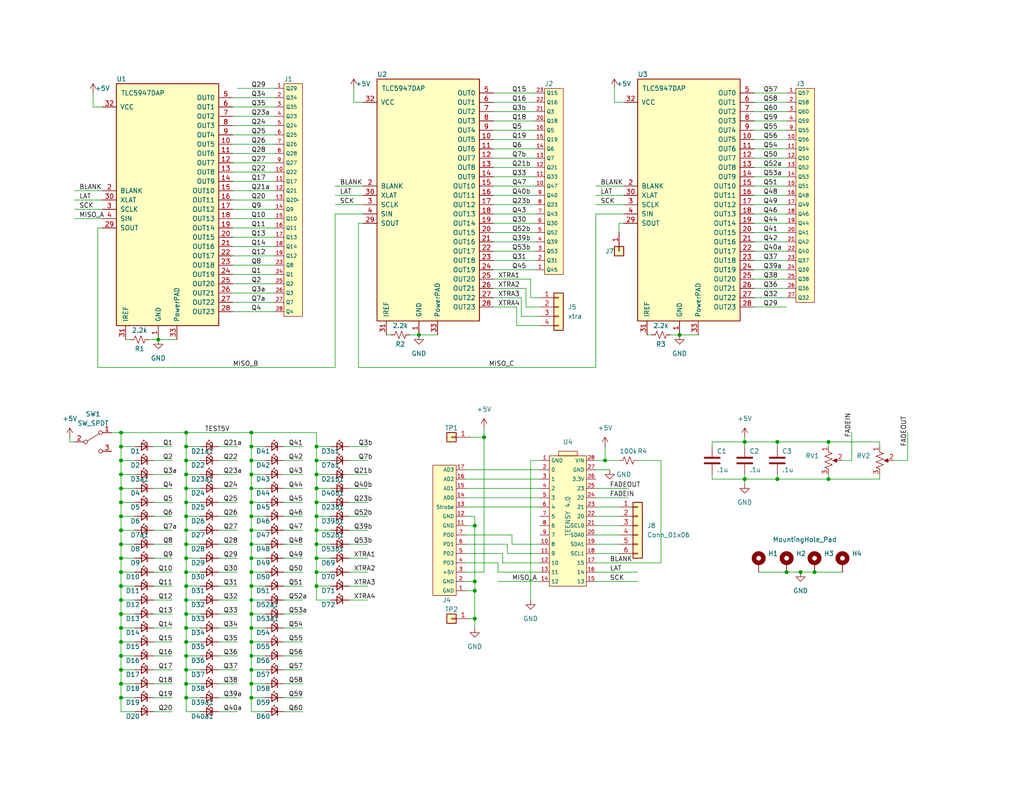
<source format=kicad_sch>
(kicad_sch (version 20230121) (generator eeschema)
  (paper "USLetter")
  (title_block (title "LED-100") (date "2025-03-19") (rev "2") (company "Duhan Power!"))
  (junction (at 33.02 175.26))
  (junction (at 212.09 120.65))
  (junction (at 68.58 175.26))
  (junction (at 222.25 156.21))
  (junction (at 68.58 144.78))
  (junction (at 50.8 121.92))
  (junction (at 33.02 140.97))
  (junction (at 50.8 148.59))
  (junction (at 68.58 137.16))
  (junction (at 50.8 160.02))
  (junction (at 86.36 133.35))
  (junction (at 68.58 129.54))
  (junction (at 33.02 129.54))
  (junction (at 50.8 152.4))
  (junction (at 129.54 158.75))
  (junction (at 33.02 186.69))
  (junction (at 50.8 137.16))
  (junction (at 129.54 143.51))
  (junction (at 86.36 156.21))
  (junction (at 50.8 118.11))
  (junction (at 68.58 182.88))
  (junction (at 33.02 163.83))
  (junction (at 226.06 120.65))
  (junction (at 86.36 121.92))
  (junction (at 50.8 171.45))
  (junction (at 86.36 129.54))
  (junction (at 50.8 179.07))
  (junction (at 129.54 168.91))
  (junction (at 68.58 121.92))
  (junction (at 33.02 121.92))
  (junction (at 50.8 129.54))
  (junction (at 68.58 186.69))
  (junction (at 86.36 144.78))
  (junction (at 50.8 125.73))
  (junction (at 33.02 133.35))
  (junction (at 68.58 152.4))
  (junction (at 68.58 179.07))
  (junction (at 68.58 163.83))
  (junction (at 68.58 167.64))
  (junction (at 68.58 133.35))
  (junction (at 68.58 160.02))
  (junction (at 129.54 161.29))
  (junction (at 114.3 91.44))
  (junction (at 33.02 182.88))
  (junction (at 132.08 119.38))
  (junction (at 50.8 190.5))
  (junction (at 50.8 140.97))
  (junction (at 86.36 152.4))
  (junction (at 86.36 137.16))
  (junction (at 50.8 175.26))
  (junction (at 50.8 167.64))
  (junction (at 86.36 148.59))
  (junction (at 203.2 120.65))
  (junction (at 33.02 179.07))
  (junction (at 50.8 133.35))
  (junction (at 50.8 186.69))
  (junction (at 50.8 182.88))
  (junction (at 50.8 156.21))
  (junction (at 33.02 144.78))
  (junction (at 68.58 171.45))
  (junction (at 50.8 144.78))
  (junction (at 185.42 91.44))
  (junction (at 33.02 118.11))
  (junction (at 43.18 92.71))
  (junction (at 33.02 152.4))
  (junction (at 68.58 118.11))
  (junction (at 33.02 160.02))
  (junction (at 68.58 190.5))
  (junction (at 68.58 156.21))
  (junction (at 214.63 156.21))
  (junction (at 226.06 130.81))
  (junction (at 68.58 140.97))
  (junction (at 50.8 163.83))
  (junction (at 33.02 190.5))
  (junction (at 68.58 125.73))
  (junction (at 165.1 125.73))
  (junction (at 218.44 156.21))
  (junction (at 203.2 130.81))
  (junction (at 86.36 140.97))
  (junction (at 33.02 156.21))
  (junction (at 86.36 160.02))
  (junction (at 212.09 130.81))
  (junction (at 33.02 125.73))
  (junction (at 33.02 148.59))
  (junction (at 33.02 137.16))
  (junction (at 86.36 125.73))
  (junction (at 33.02 171.45))
  (junction (at 68.58 148.59))
  (junction (at 33.02 167.64))
  (wire (pts (xy 86.36 148.59) (xy 86.36 152.4)))
  (wire (pts (xy 33.02 152.4) (xy 36.83 152.4)))
  (wire (pts (xy 162.56 125.73) (xy 165.1 125.73)))
  (wire (pts (xy 86.36 160.02) (xy 90.17 160.02)))
  (wire (pts (xy 68.58 186.69) (xy 72.39 186.69)))
  (wire (pts (xy 146.05 60.96) (xy 134.62 60.96)))
  (wire (pts (xy 77.47 171.45) (xy 82.55 171.45)))
  (wire (pts (xy 165.1 125.73) (xy 168.91 125.73)))
  (wire (pts (xy 68.58 133.35) (xy 68.58 137.16)))
  (wire (pts (xy 68.58 179.07) (xy 72.39 179.07)))
  (wire (pts (xy 77.47 144.78) (xy 82.55 144.78)))
  (wire (pts (xy 59.69 137.16) (xy 64.77 137.16)))
  (wire (pts (xy 33.02 148.59) (xy 33.02 152.4)))
  (wire (pts (xy 33.02 186.69) (xy 36.83 186.69)))
  (wire (pts (xy 97.79 100.33) (xy 162.56 100.33)))
  (wire (pts (xy 77.47 175.26) (xy 82.55 175.26)))
  (wire (pts (xy 127 128.27) (xy 147.32 128.27)))
  (wire (pts (xy 41.91 137.16) (xy 46.99 137.16)))
  (wire (pts (xy 33.02 167.64) (xy 33.02 171.45)))
  (wire (pts (xy 127 153.67) (xy 135.89 153.67)))
  (wire (pts (xy 77.47 167.64) (xy 82.55 167.64)))
  (wire (pts (xy 127 130.81) (xy 147.32 130.81)))
  (wire (pts (xy 146.05 53.34) (xy 134.62 53.34)))
  (wire (pts (xy 50.8 137.16) (xy 50.8 140.97)))
  (wire (pts (xy 86.36 144.78) (xy 90.17 144.78)))
  (wire (pts (xy 33.02 137.16) (xy 33.02 140.97)))
  (wire (pts (xy 207.01 156.21) (xy 214.63 156.21)))
  (wire (pts (xy 127 158.75) (xy 129.54 158.75)))
  (wire (pts (xy 50.8 133.35) (xy 54.61 133.35)))
  (wire (pts (xy 203.2 119.38) (xy 203.2 120.65)))
  (wire (pts (xy 205.74 73.66) (xy 214.63 73.66)))
  (wire (pts (xy 40.64 92.71) (xy 43.18 92.71)))
  (wire (pts (xy 194.31 130.81) (xy 203.2 130.81)))
  (wire (pts (xy 146.05 40.64) (xy 134.62 40.64)))
  (wire (pts (xy 212.09 130.81) (xy 226.06 130.81)))
  (wire (pts (xy 162.56 158.75) (xy 173.99 158.75)))
  (wire (pts (xy 127 161.29) (xy 129.54 161.29)))
  (wire (pts (xy 162.56 151.13) (xy 168.91 151.13)))
  (wire (pts (xy 162.56 58.42) (xy 170.18 58.42)))
  (wire (pts (xy 50.8 163.83) (xy 54.61 163.83)))
  (wire (pts (xy 50.8 190.5) (xy 50.8 194.31)))
  (wire (pts (xy 226.06 120.65) (xy 240.03 120.65)))
  (wire (pts (xy 95.25 148.59) (xy 100.33 148.59)))
  (wire (pts (xy 33.02 156.21) (xy 33.02 160.02)))
  (wire (pts (xy 129.54 143.51) (xy 129.54 140.97)))
  (wire (pts (xy 33.02 160.02) (xy 36.83 160.02)))
  (wire (pts (xy 205.74 40.64) (xy 214.63 40.64)))
  (wire (pts (xy 135.89 158.75) (xy 147.32 158.75)))
  (wire (pts (xy 50.8 156.21) (xy 50.8 160.02)))
  (wire (pts (xy 205.74 53.34) (xy 214.63 53.34)))
  (wire (pts (xy 68.58 156.21) (xy 72.39 156.21)))
  (wire (pts (xy 205.74 27.94) (xy 214.63 27.94)))
  (wire (pts (xy 180.34 125.73) (xy 180.34 153.67)))
  (wire (pts (xy 168.91 63.5) (xy 168.91 60.96)))
  (wire (pts (xy 162.56 138.43) (xy 168.91 138.43)))
  (wire (pts (xy 77.47 194.31) (xy 82.55 194.31)))
  (wire (pts (xy 68.58 179.07) (xy 68.58 182.88)))
  (wire (pts (xy 68.58 148.59) (xy 72.39 148.59)))
  (wire (pts (xy 59.69 190.5) (xy 64.77 190.5)))
  (wire (pts (xy 86.36 160.02) (xy 86.36 163.83)))
  (wire (pts (xy 205.74 76.2) (xy 214.63 76.2)))
  (wire (pts (xy 33.02 140.97) (xy 36.83 140.97)))
  (wire (pts (xy 127 148.59) (xy 138.43 148.59)))
  (wire (pts (xy 68.58 140.97) (xy 68.58 144.78)))
  (wire (pts (xy 170.18 53.34) (xy 162.56 53.34)))
  (wire (pts (xy 63.5 41.91) (xy 74.93 41.91)))
  (wire (pts (xy 77.47 160.02) (xy 82.55 160.02)))
  (wire (pts (xy 146.05 50.8) (xy 134.62 50.8)))
  (wire (pts (xy 41.91 163.83) (xy 46.99 163.83)))
  (wire (pts (xy 25.4 25.4) (xy 25.4 29.21)))
  (wire (pts (xy 59.69 125.73) (xy 64.77 125.73)))
  (wire (pts (xy 86.36 152.4) (xy 90.17 152.4)))
  (wire (pts (xy 33.02 121.92) (xy 33.02 125.73)))
  (wire (pts (xy 86.36 137.16) (xy 86.36 140.97)))
  (wire (pts (xy 135.89 156.21) (xy 147.32 156.21)))
  (wire (pts (xy 127 146.05) (xy 139.7 146.05)))
  (wire (pts (xy 144.78 76.2) (xy 144.78 81.28)))
  (wire (pts (xy 63.5 57.15) (xy 74.93 57.15)))
  (wire (pts (xy 99.06 27.94) (xy 96.52 27.94)))
  (wire (pts (xy 77.47 186.69) (xy 82.55 186.69)))
  (wire (pts (xy 50.8 121.92) (xy 54.61 121.92)))
  (wire (pts (xy 95.25 129.54) (xy 100.33 129.54)))
  (wire (pts (xy 33.02 182.88) (xy 33.02 186.69)))
  (wire (pts (xy 86.36 125.73) (xy 86.36 129.54)))
  (wire (pts (xy 194.31 120.65) (xy 194.31 121.92)))
  (wire (pts (xy 77.47 133.35) (xy 82.55 133.35)))
  (wire (pts (xy 63.5 64.77) (xy 74.93 64.77)))
  (wire (pts (xy 77.47 156.21) (xy 82.55 156.21)))
  (wire (pts (xy 68.58 182.88) (xy 72.39 182.88)))
  (wire (pts (xy 91.44 55.88) (xy 99.06 55.88)))
  (wire (pts (xy 41.91 179.07) (xy 46.99 179.07)))
  (wire (pts (xy 41.91 167.64) (xy 46.99 167.64)))
  (wire (pts (xy 41.91 171.45) (xy 46.99 171.45)))
  (wire (pts (xy 205.74 63.5) (xy 214.63 63.5)))
  (wire (pts (xy 68.58 144.78) (xy 72.39 144.78)))
  (wire (pts (xy 127 138.43) (xy 147.32 138.43)))
  (wire (pts (xy 127 140.97) (xy 129.54 140.97)))
  (wire (pts (xy 68.58 167.64) (xy 68.58 171.45)))
  (wire (pts (xy 240.03 130.81) (xy 226.06 130.81)))
  (wire (pts (xy 50.8 118.11) (xy 50.8 121.92)))
  (wire (pts (xy 68.58 121.92) (xy 68.58 125.73)))
  (wire (pts (xy 41.91 160.02) (xy 46.99 160.02)))
  (wire (pts (xy 205.74 71.12) (xy 214.63 71.12)))
  (wire (pts (xy 33.02 190.5) (xy 36.83 190.5)))
  (wire (pts (xy 50.8 160.02) (xy 54.61 160.02)))
  (wire (pts (xy 127 135.89) (xy 147.32 135.89)))
  (wire (pts (xy 50.8 121.92) (xy 50.8 125.73)))
  (wire (pts (xy 205.74 48.26) (xy 214.63 48.26)))
  (wire (pts (xy 50.8 137.16) (xy 54.61 137.16)))
  (wire (pts (xy 128.27 119.38) (xy 132.08 119.38)))
  (wire (pts (xy 127 156.21) (xy 132.08 156.21)))
  (wire (pts (xy 50.8 171.45) (xy 54.61 171.45)))
  (wire (pts (xy 203.2 130.81) (xy 203.2 132.08)))
  (wire (pts (xy 33.02 125.73) (xy 33.02 129.54)))
  (wire (pts (xy 95.25 152.4) (xy 100.33 152.4)))
  (wire (pts (xy 77.47 140.97) (xy 82.55 140.97)))
  (wire (pts (xy 226.06 120.65) (xy 226.06 121.92)))
  (wire (pts (xy 50.8 175.26) (xy 50.8 179.07)))
  (wire (pts (xy 86.36 121.92) (xy 90.17 121.92)))
  (wire (pts (xy 144.78 125.73) (xy 144.78 163.83)))
  (wire (pts (xy 50.8 140.97) (xy 54.61 140.97)))
  (wire (pts (xy 59.69 171.45) (xy 64.77 171.45)))
  (wire (pts (xy 68.58 156.21) (xy 68.58 160.02)))
  (wire (pts (xy 243.84 125.73) (xy 247.65 125.73)))
  (wire (pts (xy 95.25 121.92) (xy 100.33 121.92)))
  (wire (pts (xy 137.16 153.67) (xy 147.32 153.67)))
  (wire (pts (xy 205.74 33.02) (xy 214.63 33.02)))
  (wire (pts (xy 142.24 81.28) (xy 142.24 86.36)))
  (wire (pts (xy 95.25 144.78) (xy 100.33 144.78)))
  (wire (pts (xy 33.02 190.5) (xy 33.02 194.31)))
  (wire (pts (xy 86.36 163.83) (xy 90.17 163.83)))
  (wire (pts (xy 68.58 171.45) (xy 72.39 171.45)))
  (wire (pts (xy 59.69 129.54) (xy 64.77 129.54)))
  (wire (pts (xy 26.67 62.23) (xy 26.67 100.33)))
  (wire (pts (xy 50.8 118.11) (xy 68.58 118.11)))
  (wire (pts (xy 59.69 121.92) (xy 64.77 121.92)))
  (wire (pts (xy 59.69 156.21) (xy 64.77 156.21)))
  (wire (pts (xy 41.91 156.21) (xy 46.99 156.21)))
  (wire (pts (xy 144.78 125.73) (xy 147.32 125.73)))
  (wire (pts (xy 232.41 118.11) (xy 232.41 125.73)))
  (wire (pts (xy 50.8 179.07) (xy 50.8 182.88)))
  (wire (pts (xy 146.05 27.94) (xy 134.62 27.94)))
  (wire (pts (xy 19.05 120.65) (xy 20.32 120.65)))
  (wire (pts (xy 140.97 83.82) (xy 140.97 88.9)))
  (wire (pts (xy 194.31 130.81) (xy 194.31 129.54)))
  (wire (pts (xy 41.91 175.26) (xy 46.99 175.26)))
  (wire (pts (xy 95.25 125.73) (xy 100.33 125.73)))
  (wire (pts (xy 99.06 53.34) (xy 91.44 53.34)))
  (wire (pts (xy 33.02 179.07) (xy 33.02 182.88)))
  (wire (pts (xy 68.58 160.02) (xy 72.39 160.02)))
  (wire (pts (xy 203.2 120.65) (xy 212.09 120.65)))
  (wire (pts (xy 33.02 118.11) (xy 33.02 121.92)))
  (wire (pts (xy 146.05 45.72) (xy 134.62 45.72)))
  (wire (pts (xy 41.91 190.5) (xy 46.99 190.5)))
  (wire (pts (xy 33.02 179.07) (xy 36.83 179.07)))
  (wire (pts (xy 27.94 54.61) (xy 20.32 54.61)))
  (wire (pts (xy 129.54 158.75) (xy 129.54 143.51)))
  (wire (pts (xy 41.91 125.73) (xy 46.99 125.73)))
  (wire (pts (xy 50.8 186.69) (xy 50.8 190.5)))
  (wire (pts (xy 68.58 137.16) (xy 72.39 137.16)))
  (wire (pts (xy 162.56 133.35) (xy 171.45 133.35)))
  (wire (pts (xy 33.02 140.97) (xy 33.02 144.78)))
  (wire (pts (xy 33.02 152.4) (xy 33.02 156.21)))
  (wire (pts (xy 59.69 163.83) (xy 64.77 163.83)))
  (wire (pts (xy 64.77 24.13) (xy 74.93 24.13)))
  (wire (pts (xy 50.8 163.83) (xy 50.8 167.64)))
  (wire (pts (xy 68.58 175.26) (xy 72.39 175.26)))
  (wire (pts (xy 229.87 125.73) (xy 232.41 125.73)))
  (wire (pts (xy 86.36 140.97) (xy 90.17 140.97)))
  (wire (pts (xy 146.05 33.02) (xy 134.62 33.02)))
  (wire (pts (xy 86.36 125.73) (xy 90.17 125.73)))
  (wire (pts (xy 162.56 128.27) (xy 166.37 128.27)))
  (wire (pts (xy 134.62 81.28) (xy 142.24 81.28)))
  (wire (pts (xy 205.74 83.82) (xy 214.63 83.82)))
  (wire (pts (xy 68.58 186.69) (xy 68.58 190.5)))
  (wire (pts (xy 63.5 44.45) (xy 74.93 44.45)))
  (wire (pts (xy 68.58 133.35) (xy 72.39 133.35)))
  (wire (pts (xy 86.36 133.35) (xy 86.36 137.16)))
  (wire (pts (xy 176.53 91.44) (xy 177.8 91.44)))
  (wire (pts (xy 205.74 68.58) (xy 214.63 68.58)))
  (wire (pts (xy 68.58 118.11) (xy 86.36 118.11)))
  (wire (pts (xy 68.58 125.73) (xy 68.58 129.54)))
  (wire (pts (xy 41.91 148.59) (xy 46.99 148.59)))
  (wire (pts (xy 59.69 167.64) (xy 64.77 167.64)))
  (wire (pts (xy 50.8 190.5) (xy 54.61 190.5)))
  (wire (pts (xy 97.79 60.96) (xy 97.79 100.33)))
  (wire (pts (xy 205.74 58.42) (xy 214.63 58.42)))
  (wire (pts (xy 162.56 143.51) (xy 168.91 143.51)))
  (wire (pts (xy 170.18 27.94) (xy 167.64 27.94)))
  (wire (pts (xy 33.02 167.64) (xy 36.83 167.64)))
  (wire (pts (xy 63.5 77.47) (xy 74.93 77.47)))
  (wire (pts (xy 50.8 156.21) (xy 54.61 156.21)))
  (wire (pts (xy 63.5 34.29) (xy 74.93 34.29)))
  (wire (pts (xy 50.8 144.78) (xy 54.61 144.78)))
  (wire (pts (xy 68.58 118.11) (xy 68.58 121.92)))
  (wire (pts (xy 162.56 100.33) (xy 162.56 58.42)))
  (wire (pts (xy 205.74 78.74) (xy 214.63 78.74)))
  (wire (pts (xy 138.43 151.13) (xy 147.32 151.13)))
  (wire (pts (xy 143.51 83.82) (xy 147.32 83.82)))
  (wire (pts (xy 63.5 54.61) (xy 74.93 54.61)))
  (wire (pts (xy 33.02 125.73) (xy 36.83 125.73)))
  (wire (pts (xy 91.44 50.8) (xy 99.06 50.8)))
  (wire (pts (xy 41.91 182.88) (xy 46.99 182.88)))
  (wire (pts (xy 146.05 73.66) (xy 134.62 73.66)))
  (wire (pts (xy 59.69 186.69) (xy 64.77 186.69)))
  (wire (pts (xy 114.3 91.44) (xy 119.38 91.44)))
  (wire (pts (xy 127 133.35) (xy 147.32 133.35)))
  (wire (pts (xy 212.09 120.65) (xy 226.06 120.65)))
  (wire (pts (xy 50.8 125.73) (xy 54.61 125.73)))
  (wire (pts (xy 59.69 182.88) (xy 64.77 182.88)))
  (wire (pts (xy 34.29 92.71) (xy 35.56 92.71)))
  (wire (pts (xy 134.62 78.74) (xy 143.51 78.74)))
  (wire (pts (xy 63.5 49.53) (xy 74.93 49.53)))
  (wire (pts (xy 50.8 133.35) (xy 50.8 137.16)))
  (wire (pts (xy 86.36 129.54) (xy 90.17 129.54)))
  (wire (pts (xy 77.47 148.59) (xy 82.55 148.59)))
  (wire (pts (xy 146.05 63.5) (xy 134.62 63.5)))
  (wire (pts (xy 68.58 160.02) (xy 68.58 163.83)))
  (wire (pts (xy 41.91 186.69) (xy 46.99 186.69)))
  (wire (pts (xy 20.32 52.07) (xy 27.94 52.07)))
  (wire (pts (xy 205.74 30.48) (xy 214.63 30.48)))
  (wire (pts (xy 205.74 66.04) (xy 214.63 66.04)))
  (wire (pts (xy 50.8 160.02) (xy 50.8 163.83)))
  (wire (pts (xy 50.8 167.64) (xy 50.8 171.45)))
  (wire (pts (xy 33.02 129.54) (xy 36.83 129.54)))
  (wire (pts (xy 222.25 156.21) (xy 229.87 156.21)))
  (wire (pts (xy 63.5 62.23) (xy 74.93 62.23)))
  (wire (pts (xy 63.5 36.83) (xy 74.93 36.83)))
  (wire (pts (xy 50.8 140.97) (xy 50.8 144.78)))
  (wire (pts (xy 68.58 144.78) (xy 68.58 148.59)))
  (wire (pts (xy 63.5 46.99) (xy 74.93 46.99)))
  (wire (pts (xy 50.8 179.07) (xy 54.61 179.07)))
  (wire (pts (xy 63.5 69.85) (xy 74.93 69.85)))
  (wire (pts (xy 77.47 152.4) (xy 82.55 152.4)))
  (wire (pts (xy 205.74 38.1) (xy 214.63 38.1)))
  (wire (pts (xy 95.25 133.35) (xy 100.33 133.35)))
  (wire (pts (xy 63.5 85.09) (xy 74.93 85.09)))
  (wire (pts (xy 33.02 163.83) (xy 36.83 163.83)))
  (wire (pts (xy 50.8 186.69) (xy 54.61 186.69)))
  (wire (pts (xy 77.47 137.16) (xy 82.55 137.16)))
  (wire (pts (xy 146.05 30.48) (xy 134.62 30.48)))
  (wire (pts (xy 167.64 24.13) (xy 167.64 27.94)))
  (wire (pts (xy 146.05 66.04) (xy 134.62 66.04)))
  (wire (pts (xy 138.43 148.59) (xy 138.43 151.13)))
  (wire (pts (xy 63.5 80.01) (xy 74.93 80.01)))
  (wire (pts (xy 68.58 137.16) (xy 68.58 140.97)))
  (wire (pts (xy 50.8 152.4) (xy 50.8 156.21)))
  (wire (pts (xy 205.74 81.28) (xy 214.63 81.28)))
  (wire (pts (xy 59.69 179.07) (xy 64.77 179.07)))
  (wire (pts (xy 33.02 160.02) (xy 33.02 163.83)))
  (wire (pts (xy 33.02 186.69) (xy 33.02 190.5)))
  (wire (pts (xy 194.31 120.65) (xy 203.2 120.65)))
  (wire (pts (xy 68.58 194.31) (xy 72.39 194.31)))
  (wire (pts (xy 27.94 29.21) (xy 25.4 29.21)))
  (wire (pts (xy 205.74 45.72) (xy 214.63 45.72)))
  (wire (pts (xy 146.05 58.42) (xy 134.62 58.42)))
  (wire (pts (xy 68.58 121.92) (xy 72.39 121.92)))
  (wire (pts (xy 30.48 118.11) (xy 33.02 118.11)))
  (wire (pts (xy 146.05 43.18) (xy 134.62 43.18)))
  (wire (pts (xy 140.97 88.9) (xy 147.32 88.9)))
  (wire (pts (xy 146.05 71.12) (xy 134.62 71.12)))
  (wire (pts (xy 41.91 144.78) (xy 46.99 144.78)))
  (wire (pts (xy 144.78 81.28) (xy 147.32 81.28)))
  (wire (pts (xy 41.91 133.35) (xy 46.99 133.35)))
  (wire (pts (xy 86.36 133.35) (xy 90.17 133.35)))
  (wire (pts (xy 59.69 133.35) (xy 64.77 133.35)))
  (wire (pts (xy 33.02 156.21) (xy 36.83 156.21)))
  (wire (pts (xy 20.32 57.15) (xy 27.94 57.15)))
  (wire (pts (xy 63.5 39.37) (xy 74.93 39.37)))
  (wire (pts (xy 240.03 120.65) (xy 240.03 121.92)))
  (wire (pts (xy 162.56 135.89) (xy 171.45 135.89)))
  (wire (pts (xy 105.41 91.44) (xy 106.68 91.44)))
  (wire (pts (xy 33.02 175.26) (xy 36.83 175.26)))
  (wire (pts (xy 226.06 130.81) (xy 226.06 129.54)))
  (wire (pts (xy 134.62 76.2) (xy 144.78 76.2)))
  (wire (pts (xy 68.58 175.26) (xy 68.58 179.07)))
  (wire (pts (xy 27.94 62.23) (xy 26.67 62.23)))
  (wire (pts (xy 33.02 133.35) (xy 36.83 133.35)))
  (wire (pts (xy 41.91 140.97) (xy 46.99 140.97)))
  (wire (pts (xy 129.54 161.29) (xy 129.54 168.91)))
  (wire (pts (xy 86.36 156.21) (xy 90.17 156.21)))
  (wire (pts (xy 142.24 86.36) (xy 147.32 86.36)))
  (wire (pts (xy 68.58 163.83) (xy 72.39 163.83)))
  (wire (pts (xy 205.74 60.96) (xy 214.63 60.96)))
  (wire (pts (xy 95.25 156.21) (xy 100.33 156.21)))
  (wire (pts (xy 50.8 148.59) (xy 54.61 148.59)))
  (wire (pts (xy 143.51 78.74) (xy 143.51 83.82)))
  (wire (pts (xy 218.44 156.21) (xy 222.25 156.21)))
  (wire (pts (xy 68.58 129.54) (xy 72.39 129.54)))
  (wire (pts (xy 212.09 120.65) (xy 212.09 121.92)))
  (wire (pts (xy 185.42 91.44) (xy 190.5 91.44)))
  (wire (pts (xy 146.05 68.58) (xy 134.62 68.58)))
  (wire (pts (xy 86.36 137.16) (xy 90.17 137.16)))
  (wire (pts (xy 59.69 160.02) (xy 64.77 160.02)))
  (wire (pts (xy 43.18 92.71) (xy 48.26 92.71)))
  (wire (pts (xy 99.06 60.96) (xy 97.79 60.96)))
  (wire (pts (xy 162.56 148.59) (xy 168.91 148.59)))
  (wire (pts (xy 41.91 129.54) (xy 46.99 129.54)))
  (wire (pts (xy 95.25 160.02) (xy 100.33 160.02)))
  (wire (pts (xy 33.02 144.78) (xy 33.02 148.59)))
  (wire (pts (xy 50.8 129.54) (xy 54.61 129.54)))
  (wire (pts (xy 162.56 50.8) (xy 170.18 50.8)))
  (wire (pts (xy 127 151.13) (xy 137.16 151.13)))
  (wire (pts (xy 63.5 29.21) (xy 74.93 29.21)))
  (wire (pts (xy 132.08 116.84) (xy 132.08 119.38)))
  (wire (pts (xy 68.58 148.59) (xy 68.58 152.4)))
  (wire (pts (xy 86.36 129.54) (xy 86.36 133.35)))
  (wire (pts (xy 33.02 144.78) (xy 36.83 144.78)))
  (wire (pts (xy 63.5 31.75) (xy 74.93 31.75)))
  (wire (pts (xy 50.8 171.45) (xy 50.8 175.26)))
  (wire (pts (xy 129.54 168.91) (xy 129.54 171.45)))
  (wire (pts (xy 33.02 118.11) (xy 50.8 118.11)))
  (wire (pts (xy 33.02 163.83) (xy 33.02 167.64)))
  (wire (pts (xy 205.74 55.88) (xy 214.63 55.88)))
  (wire (pts (xy 162.56 55.88) (xy 170.18 55.88)))
  (wire (pts (xy 63.5 67.31) (xy 74.93 67.31)))
  (wire (pts (xy 54.61 152.4) (xy 50.8 152.4)))
  (wire (pts (xy 63.5 26.67) (xy 74.93 26.67)))
  (wire (pts (xy 50.8 194.31) (xy 54.61 194.31)))
  (wire (pts (xy 50.8 148.59) (xy 50.8 152.4)))
  (wire (pts (xy 77.47 125.73) (xy 82.55 125.73)))
  (wire (pts (xy 33.02 137.16) (xy 36.83 137.16)))
  (wire (pts (xy 134.62 83.82) (xy 140.97 83.82)))
  (wire (pts (xy 139.7 146.05) (xy 139.7 148.59)))
  (wire (pts (xy 50.8 175.26) (xy 54.61 175.26)))
  (wire (pts (xy 77.47 129.54) (xy 82.55 129.54)))
  (wire (pts (xy 247.65 118.11) (xy 247.65 125.73)))
  (wire (pts (xy 50.8 182.88) (xy 50.8 186.69)))
  (wire (pts (xy 19.05 119.38) (xy 19.05 120.65)))
  (wire (pts (xy 26.67 100.33) (xy 91.44 100.33)))
  (wire (pts (xy 59.69 152.4) (xy 64.77 152.4)))
  (wire (pts (xy 68.58 152.4) (xy 68.58 156.21)))
  (wire (pts (xy 33.02 182.88) (xy 36.83 182.88)))
  (wire (pts (xy 95.25 140.97) (xy 100.33 140.97)))
  (wire (pts (xy 162.56 146.05) (xy 168.91 146.05)))
  (wire (pts (xy 68.58 129.54) (xy 68.58 133.35)))
  (wire (pts (xy 41.91 194.31) (xy 46.99 194.31)))
  (wire (pts (xy 63.5 52.07) (xy 74.93 52.07)))
  (wire (pts (xy 162.56 153.67) (xy 180.34 153.67)))
  (wire (pts (xy 203.2 130.81) (xy 212.09 130.81)))
  (wire (pts (xy 68.58 171.45) (xy 68.58 175.26)))
  (wire (pts (xy 95.25 137.16) (xy 100.33 137.16)))
  (wire (pts (xy 86.36 144.78) (xy 86.36 148.59)))
  (wire (pts (xy 137.16 151.13) (xy 137.16 153.67)))
  (wire (pts (xy 86.36 121.92) (xy 86.36 125.73)))
  (wire (pts (xy 68.58 163.83) (xy 68.58 167.64)))
  (wire (pts (xy 165.1 121.92) (xy 165.1 125.73)))
  (wire (pts (xy 77.47 179.07) (xy 82.55 179.07)))
  (wire (pts (xy 139.7 148.59) (xy 147.32 148.59)))
  (wire (pts (xy 77.47 182.88) (xy 82.55 182.88)))
  (wire (pts (xy 33.02 175.26) (xy 33.02 179.07)))
  (wire (pts (xy 33.02 194.31) (xy 36.83 194.31)))
  (wire (pts (xy 59.69 144.78) (xy 64.77 144.78)))
  (wire (pts (xy 128.27 168.91) (xy 129.54 168.91)))
  (wire (pts (xy 59.69 140.97) (xy 64.77 140.97)))
  (wire (pts (xy 203.2 120.65) (xy 203.2 121.92)))
  (wire (pts (xy 33.02 171.45) (xy 33.02 175.26)))
  (wire (pts (xy 205.74 35.56) (xy 214.63 35.56)))
  (wire (pts (xy 63.5 72.39) (xy 74.93 72.39)))
  (wire (pts (xy 162.56 140.97) (xy 168.91 140.97)))
  (wire (pts (xy 33.02 171.45) (xy 36.83 171.45)))
  (wire (pts (xy 63.5 59.69) (xy 74.93 59.69)))
  (wire (pts (xy 240.03 130.81) (xy 240.03 129.54)))
  (wire (pts (xy 68.58 190.5) (xy 68.58 194.31)))
  (wire (pts (xy 77.47 121.92) (xy 82.55 121.92)))
  (wire (pts (xy 50.8 144.78) (xy 50.8 148.59)))
  (wire (pts (xy 212.09 130.81) (xy 212.09 129.54)))
  (wire (pts (xy 127 143.51) (xy 129.54 143.51)))
  (wire (pts (xy 95.25 163.83) (xy 100.33 163.83)))
  (wire (pts (xy 91.44 58.42) (xy 99.06 58.42)))
  (wire (pts (xy 50.8 129.54) (xy 50.8 133.35)))
  (wire (pts (xy 86.36 152.4) (xy 86.36 156.21)))
  (wire (pts (xy 180.34 125.73) (xy 173.99 125.73)))
  (wire (pts (xy 111.76 91.44) (xy 114.3 91.44)))
  (wire (pts (xy 86.36 148.59) (xy 90.17 148.59)))
  (wire (pts (xy 129.54 161.29) (xy 129.54 158.75)))
  (wire (pts (xy 77.47 190.5) (xy 82.55 190.5)))
  (wire (pts (xy 205.74 43.18) (xy 214.63 43.18)))
  (wire (pts (xy 41.91 121.92) (xy 46.99 121.92)))
  (wire (pts (xy 50.8 125.73) (xy 50.8 129.54)))
  (wire (pts (xy 68.58 167.64) (xy 72.39 167.64)))
  (wire (pts (xy 63.5 82.55) (xy 74.93 82.55)))
  (wire (pts (xy 182.88 91.44) (xy 185.42 91.44)))
  (wire (pts (xy 146.05 35.56) (xy 134.62 35.56)))
  (wire (pts (xy 146.05 25.4) (xy 134.62 25.4)))
  (wire (pts (xy 205.74 25.4) (xy 214.63 25.4)))
  (wire (pts (xy 91.44 100.33) (xy 91.44 58.42)))
  (wire (pts (xy 86.36 156.21) (xy 86.36 160.02)))
  (wire (pts (xy 86.36 118.11) (xy 86.36 121.92)))
  (wire (pts (xy 20.32 59.69) (xy 27.94 59.69)))
  (wire (pts (xy 77.47 163.83) (xy 82.55 163.83)))
  (wire (pts (xy 86.36 140.97) (xy 86.36 144.78)))
  (wire (pts (xy 68.58 152.4) (xy 72.39 152.4)))
  (wire (pts (xy 146.05 55.88) (xy 134.62 55.88)))
  (wire (pts (xy 33.02 133.35) (xy 33.02 137.16)))
  (wire (pts (xy 50.8 167.64) (xy 54.61 167.64)))
  (wire (pts (xy 135.89 153.67) (xy 135.89 156.21)))
  (wire (pts (xy 68.58 182.88) (xy 68.58 186.69)))
  (wire (pts (xy 33.02 129.54) (xy 33.02 133.35)))
  (wire (pts (xy 146.05 38.1) (xy 134.62 38.1)))
  (wire (pts (xy 68.58 140.97) (xy 72.39 140.97)))
  (wire (pts (xy 50.8 182.88) (xy 54.61 182.88)))
  (wire (pts (xy 146.05 48.26) (xy 134.62 48.26)))
  (wire (pts (xy 59.69 148.59) (xy 64.77 148.59)))
  (wire (pts (xy 36.83 121.92) (xy 33.02 121.92)))
  (wire (pts (xy 162.56 156.21) (xy 173.99 156.21)))
  (wire (pts (xy 33.02 148.59) (xy 36.83 148.59)))
  (wire (pts (xy 205.74 50.8) (xy 214.63 50.8)))
  (wire (pts (xy 168.91 60.96) (xy 170.18 60.96)))
  (wire (pts (xy 68.58 125.73) (xy 72.39 125.73)))
  (wire (pts (xy 68.58 190.5) (xy 72.39 190.5)))
  (wire (pts (xy 63.5 74.93) (xy 74.93 74.93)))
  (wire (pts (xy 59.69 175.26) (xy 64.77 175.26)))
  (wire (pts (xy 132.08 119.38) (xy 132.08 156.21)))
  (wire (pts (xy 214.63 156.21) (xy 218.44 156.21)))
  (wire (pts (xy 41.91 152.4) (xy 46.99 152.4)))
  (wire (pts (xy 203.2 130.81) (xy 203.2 129.54)))
  (wire (pts (xy 59.69 194.31) (xy 64.77 194.31)))
  (wire (pts (xy 96.52 24.13) (xy 96.52 27.94)))
  (label "Q3a" (at 44.45 129.54 0))
  (label "Q44" (at 208.28 60.96 0))
  (label "Q53a" (at 78.74 167.64 0))
  (label "Q42" (at 78.74 125.73 0))
  (label "Q15" (at 43.18 175.26 0))
  (label "MISO_C" (at 133.35 100.33 0))
  (label "XTRA1" (at 135.89 76.2 0))
  (label "Q40b" (at 139.7 53.34 0))
  (label "Q51" (at 78.74 160.02 0))
  (label "Q2" (at 68.58 77.47 0))
  (label "Q13" (at 43.18 167.64 0))
  (label "Q12" (at 68.58 69.85 0))
  (label "Q18" (at 139.7 33.02 0))
  (label "Q35" (at 68.58 29.21 0))
  (label "BLANK" (at 166.37 153.67 0))
  (label "Q2" (at 44.45 125.73 0))
  (label "Q7b" (at 139.7 43.18 0))
  (label "Q58" (at 78.74 186.69 0))
  (label "Q29" (at 68.58 24.13 0))
  (label "XTRA3" (at 135.89 81.28 0))
  (label "Q34" (at 68.58 26.67 0))
  (label "SCK" (at 163.83 55.88 0))
  (label "Q60" (at 208.28 30.48 0))
  (label "SCK" (at 92.71 55.88 0))
  (label "Q49" (at 208.28 55.88 0))
  (label "LAT" (at 166.37 156.21 0))
  (label "Q6" (at 44.45 140.97 0))
  (label "Q40a" (at 60.96 194.31 0))
  (label "Q10" (at 43.18 156.21 0))
  (label "Q24" (at 60.96 133.35 0))
  (label "XTRA1" (at 96.52 152.4 0))
  (label "Q17" (at 43.18 182.88 0))
  (label "FADEOUT" (at 247.65 121.92 90))
  (label "Q22" (at 68.58 46.99 0))
  (label "Q59" (at 208.28 33.02 0))
  (label "Q7b" (at 97.79 125.73 0))
  (label "Q52a" (at 208.28 45.72 0))
  (label "XTRA4" (at 96.52 163.83 0))
  (label "Q3a" (at 68.58 80.01 0))
  (label "Q43" (at 139.7 58.42 0))
  (label "Q38" (at 208.28 76.2 0))
  (label "Q56" (at 208.28 38.1 0))
  (label "Q7a" (at 44.45 144.78 0))
  (label "Q56" (at 78.74 179.07 0))
  (label "Q37" (at 60.96 182.88 0))
  (label "Q21b" (at 96.52 129.54 0))
  (label "Q57" (at 208.28 25.4 0))
  (label "Q45" (at 139.7 73.66 0))
  (label "Q16" (at 43.18 179.07 0))
  (label "Q29" (at 208.28 83.82 0))
  (label "FADEIN" (at 166.37 135.89 0))
  (label "FADEOUT" (at 166.37 133.35 0))
  (label "Q53b" (at 96.52 148.59 0))
  (label "Q23a" (at 60.96 129.54 0))
  (label "XTRA2" (at 96.52 156.21 0))
  (label "BLANK" (at 163.83 50.8 0))
  (label "Q25" (at 68.58 36.83 0))
  (label "Q34" (at 60.96 171.45 0))
  (label "Q24" (at 68.58 34.29 0))
  (label "Q5" (at 139.7 35.56 0))
  (label "Q47" (at 78.74 144.78 0))
  (label "Q27" (at 60.96 144.78 0))
  (label "MISO_B" (at 63.5 100.33 0))
  (label "Q26" (at 68.58 39.37 0))
  (label "Q32" (at 60.96 163.83 0))
  (label "Q39b" (at 139.7 66.04 0))
  (label "Q11" (at 43.18 160.02 0))
  (label "Q22" (at 60.96 125.73 0))
  (label "Q23a" (at 68.58 31.75 0))
  (label "SCK" (at 166.37 158.75 0))
  (label "Q31" (at 60.96 160.02 0))
  (label "Q23b" (at 96.52 137.16 0))
  (label "LAT" (at 163.83 53.34 0))
  (label "LAT" (at 92.71 53.34 0))
  (label "Q55" (at 208.28 35.56 0))
  (label "Q36" (at 208.28 78.74 0))
  (label "Q57" (at 78.74 182.88 0))
  (label "Q50" (at 208.28 43.18 0))
  (label "BLANK" (at 92.71 50.8 0))
  (label "TEST5V" (at 55.88 118.11 0))
  (label "XTRA3" (at 96.52 160.02 0))
  (label "Q23b" (at 139.7 55.88 0))
  (label "Q42" (at 208.28 66.04 0))
  (label "Q9" (at 68.58 57.15 0))
  (label "Q41" (at 208.28 63.5 0))
  (label "Q32" (at 208.28 81.28 0))
  (label "Q10" (at 68.58 59.69 0))
  (label "Q59" (at 78.74 190.5 0))
  (label "Q38" (at 60.96 186.69 0))
  (label "Q8" (at 44.45 148.59 0))
  (label "Q30" (at 139.7 60.96 0))
  (label "Q33" (at 139.7 48.26 0))
  (label "Q26" (at 60.96 140.97 0))
  (label "Q48" (at 208.28 53.34 0))
  (label "Q54" (at 78.74 171.45 0))
  (label "Q48" (at 78.74 148.59 0))
  (label "Q21a" (at 60.96 121.92 0))
  (label "Q46" (at 78.74 140.97 0))
  (label "Q40a" (at 208.28 68.58 0))
  (label "Q53b" (at 139.7 68.58 0))
  (label "Q4" (at 68.58 85.09 0))
  (label "Q19" (at 139.7 38.1 0))
  (label "Q14" (at 68.58 67.31 0))
  (label "Q20" (at 68.58 54.61 0))
  (label "Q39a" (at 208.28 73.66 0))
  (label "Q52b" (at 139.7 63.5 0))
  (label "Q27" (at 68.58 44.45 0))
  (label "Q6" (at 139.7 40.64 0))
  (label "Q49" (at 78.74 152.4 0))
  (label "Q18" (at 43.18 186.69 0))
  (label "Q12" (at 43.18 163.83 0))
  (label "Q1" (at 68.58 74.93 0))
  (label "Q54" (at 208.28 40.64 0))
  (label "MISO_A" (at 21.59 59.69 0))
  (label "Q36" (at 60.96 179.07 0))
  (label "XTRA4" (at 135.89 83.82 0))
  (label "Q25" (at 60.96 137.16 0))
  (label "Q43" (at 78.74 129.54 0))
  (label "Q37" (at 208.28 71.12 0))
  (label "Q17" (at 68.58 49.53 0))
  (label "Q11" (at 68.58 62.23 0))
  (label "Q16" (at 139.7 27.94 0))
  (label "Q58" (at 208.28 27.94 0))
  (label "Q5" (at 44.45 137.16 0))
  (label "SCK" (at 21.59 57.15 0))
  (label "Q13" (at 68.58 64.77 0))
  (label "Q31" (at 139.7 71.12 0))
  (label "Q21b" (at 139.7 45.72 0))
  (label "Q9" (at 44.45 152.4 0))
  (label "Q3b" (at 139.7 30.48 0))
  (label "Q60" (at 78.74 194.31 0))
  (label "Q20" (at 43.18 194.31 0))
  (label "Q4" (at 44.45 133.35 0))
  (label "FADEIN" (at 232.41 119.38 90))
  (label "Q55" (at 78.74 175.26 0))
  (label "LAT" (at 21.59 54.61 0))
  (label "Q52a" (at 78.74 163.83 0))
  (label "Q41" (at 78.74 121.92 0))
  (label "Q44" (at 78.74 133.35 0))
  (label "Q53a" (at 208.28 48.26 0))
  (label "Q8" (at 68.58 72.39 0))
  (label "Q19" (at 43.18 190.5 0))
  (label "Q14" (at 43.18 171.45 0))
  (label "Q7a" (at 68.58 82.55 0))
  (label "Q21a" (at 68.58 52.07 0))
  (label "Q50" (at 78.74 156.21 0))
  (label "Q45" (at 78.74 137.16 0))
  (label "Q30" (at 60.96 156.21 0))
  (label "Q28" (at 60.96 148.59 0))
  (label "Q28" (at 68.58 41.91 0))
  (label "Q3b" (at 97.79 121.92 0))
  (label "Q46" (at 208.28 58.42 0))
  (label "BLANK" (at 21.59 52.07 0))
  (label "Q1" (at 44.45 121.92 0))
  (label "MISO_A" (at 139.7 158.75 0))
  (label "Q52b" (at 96.52 140.97 0))
  (label "Q35" (at 60.96 175.26 0))
  (label "Q51" (at 208.28 50.8 0))
  (label "Q29" (at 60.96 152.4 0))
  (label "Q15" (at 139.7 25.4 0))
  (label "Q39a" (at 60.96 190.5 0))
  (label "Q47" (at 139.7 50.8 0))
  (label "Q40b" (at 96.52 133.35 0))
  (label "XTRA2" (at 135.89 78.74 0))
  (label "Q33" (at 60.96 167.64 0))
  (label "Q39b" (at 96.52 144.78 0))
  (symbol (lib_id "Mechanical:MountingHole_Pad") (at 207.01 153.67 0) (unit 1)
    (property "Reference" "H1" (at 209.55 151.13 0) (effects (justify left)))
    (property "Value" "MountingHole_Pad" (effects hide))
    (property "Footprint" "MountingHole:MountingHole_4.3mm_M4_Pad_TopBottom" (effects hide))
  )
  (symbol (lib_id "Device:LED_Small") (at 74.93 125.73 0) (mirror y) (unit 1)
    (property "Reference" "D42" (at 69.85 127 0) (effects (justify right)))
    (property "Value" "LED_Small" (effects hide))
    (property "Footprint" "LED_SMD:LED_0805_2012Metric_Pad1.15x1.40mm_HandSolder" (effects hide))
  )
  (symbol (lib_id "power:+5V") (at 25.4 25.4 0) (unit 1)
    (property "Reference" "#PWR05" (effects hide))
    (property "Value" "+5V" (at 27.94 24.13 0))
  )
  (symbol (lib_id "Device:LED_Small") (at 57.15 156.21 0) (mirror y) (unit 1)
    (property "Reference" "D30" (at 52.07 157.48 0) (effects (justify right)))
    (property "Value" "LED_Small" (effects hide))
    (property "Footprint" "LED_SMD:LED_0805_2012Metric_Pad1.15x1.40mm_HandSolder" (effects hide))
  )
  (symbol (lib_id "Device:LED_Small") (at 39.37 152.4 0) (mirror y) (unit 1)
    (property "Reference" "D9" (at 35.56 153.67 0) (effects (justify right)))
    (property "Value" "LED_Small" (effects hide))
    (property "Footprint" "LED_SMD:LED_0805_2012Metric_Pad1.15x1.40mm_HandSolder" (effects hide))
  )
  (symbol (lib_id "F2K_Library:Teensy_4.0_headers") (at 154.94 140.97 0) (unit 1)
    (property "Reference" "U4" (at 154.94 120.65 0))
    (property "Value" "TEENSY 4.0" (at 154.94 140.97 90))
    (property "Footprint" "Connector_PinHeader_2.54mm:PinHeader_2x1x14_P2.54mm_Vertical" (effects hide))
  )
  (symbol (lib_id "Connector_Generic:Conn_01x01") (at 123.19 119.38 180) (unit 1)
    (property "Reference" "TP1" (at 123.19 116.84 0))
    (property "Value" "Conn_01x01" (effects hide))
    (property "Footprint" "Connector_PinHeader_2.54mm:PinHeader_1x01_P2.54mm_Vertical" (effects hide))
  )
  (symbol (lib_id "power:GND") (at 43.18 92.71 0) (unit 1)
    (property "Reference" "#PWR04" (effects hide))
    (property "Value" "GND" (at 43.18 97.79 0))
  )
  (symbol (lib_id "Device:R_Potentiometer_US") (at 240.03 125.73 0) (unit 1)
    (property "Reference" "RV2" (at 237.49 124.46 0) (effects (justify right)))
    (property "Value" "R_Potentiometer_US" (effects hide))
    (property "Footprint" "Potentiometer_THT:Potentiometer_Bourns_3296Y_Vertical" (effects hide))
  )
  (symbol (lib_id "Device:LED_Small") (at 92.71 133.35 0) (mirror y) (unit 1)
    (property "Reference" "D40b1" (at 87.63 134.62 0) (effects (justify right)))
    (property "Value" "LED_Small" (effects hide))
    (property "Footprint" "LED_SMD:LED_0805_2012Metric_Pad1.15x1.40mm_HandSolder" (effects hide))
  )
  (symbol (lib_id "Device:LED_Small") (at 74.93 182.88 0) (mirror y) (unit 1)
    (property "Reference" "D57" (at 69.85 184.15 0) (effects (justify right)))
    (property "Value" "LED_Small" (effects hide))
    (property "Footprint" "LED_SMD:LED_0805_2012Metric_Pad1.15x1.40mm_HandSolder" (effects hide))
  )
  (symbol (lib_id "Device:LED_Small") (at 39.37 148.59 0) (mirror y) (unit 1)
    (property "Reference" "D8" (at 35.56 149.86 0) (effects (justify right)))
    (property "Value" "LED_Small" (effects hide))
    (property "Footprint" "LED_SMD:LED_0805_2012Metric_Pad1.15x1.40mm_HandSolder" (effects hide))
  )
  (symbol (lib_id "Device:LED_Small") (at 92.71 160.02 0) (mirror y) (unit 1)
    (property "Reference" "D71" (at 87.63 161.29 0) (effects (justify right)))
    (property "Value" "LED_Small" (effects hide))
    (property "Footprint" "LED_SMD:LED_0805_2012Metric_Pad1.15x1.40mm_HandSolder" (effects hide))
  )
  (symbol (lib_id "F2K_Library:LDA100_2_J4") (at 123.19 144.78 0) (mirror x) (unit 1)
    (property "Reference" "J4" (at 121.92 163.83 0))
    (property "Value" "LDA100_2_J4" (effects hide))
    (property "Footprint" "Connector_PinHeader_2.54mm:PinHeader_1x17_P2.54mm_Vertical" (effects hide))
  )
  (symbol (lib_id "F2K_Library:LDA100_2_J1") (at 81.28 54.61 0) (unit 1)
    (property "Reference" "J1" (at 77.47 21.59 0) (effects (justify left)))
    (property "Value" "~" (at 81.28 54.61 0))
    (property "Footprint" "Connector_PinHeader_2.54mm:PinHeader_1x28_P2.54mm_Vertical" (effects hide))
  )
  (symbol (lib_id "Device:LED_Small") (at 57.15 148.59 0) (mirror y) (unit 1)
    (property "Reference" "D28" (at 52.07 149.86 0) (effects (justify right)))
    (property "Value" "LED_Small" (effects hide))
    (property "Footprint" "LED_SMD:LED_0805_2012Metric_Pad1.15x1.40mm_HandSolder" (effects hide))
  )
  (symbol (lib_id "power:GND") (at 218.44 156.21 0) (unit 1)
    (property "Reference" "#PWR014" (effects hide))
    (property "Value" "GND" (at 218.44 161.29 0))
  )
  (symbol (lib_id "Device:LED_Small") (at 39.37 137.16 0) (mirror y) (unit 1)
    (property "Reference" "D5" (at 35.56 138.43 0) (effects (justify right)))
    (property "Value" "LED_Small" (effects hide))
    (property "Footprint" "LED_SMD:LED_0805_2012Metric_Pad1.15x1.40mm_HandSolder" (effects hide))
  )
  (symbol (lib_id "Device:LED_Small") (at 39.37 163.83 0) (mirror y) (unit 1)
    (property "Reference" "D12" (at 34.29 165.1 0) (effects (justify right)))
    (property "Value" "LED_Small" (effects hide))
    (property "Footprint" "LED_SMD:LED_0805_2012Metric_Pad1.15x1.40mm_HandSolder" (effects hide))
  )
  (symbol (lib_id "Device:LED_Small") (at 92.71 163.83 0) (mirror y) (unit 1)
    (property "Reference" "D72" (at 87.63 165.1 0) (effects (justify right)))
    (property "Value" "LED_Small" (effects hide))
    (property "Footprint" "LED_SMD:LED_0805_2012Metric_Pad1.15x1.40mm_HandSolder" (effects hide))
  )
  (symbol (lib_id "Device:LED_Small") (at 92.71 152.4 0) (mirror y) (unit 1)
    (property "Reference" "D69" (at 87.63 153.67 0) (effects (justify right)))
    (property "Value" "LED_Small" (effects hide))
    (property "Footprint" "LED_SMD:LED_0805_2012Metric_Pad1.15x1.40mm_HandSolder" (effects hide))
  )
  (symbol (lib_id "Device:LED_Small") (at 74.93 163.83 0) (mirror y) (unit 1)
    (property "Reference" "D52a1" (at 69.85 165.1 0) (effects (justify right)))
    (property "Value" "LED_Small" (effects hide))
    (property "Footprint" "LED_SMD:LED_0805_2012Metric_Pad1.15x1.40mm_HandSolder" (effects hide))
  )
  (symbol (lib_id "Device:LED_Small") (at 92.71 140.97 0) (mirror y) (unit 1)
    (property "Reference" "D39b1" (at 87.63 142.24 0) (effects (justify right)))
    (property "Value" "LED_Small" (effects hide))
    (property "Footprint" "LED_SMD:LED_0805_2012Metric_Pad1.15x1.40mm_HandSolder" (effects hide))
  )
  (symbol (lib_id "Device:LED_Small") (at 57.15 144.78 0) (mirror y) (unit 1)
    (property "Reference" "D27" (at 52.07 146.05 0) (effects (justify right)))
    (property "Value" "LED_Small" (effects hide))
    (property "Footprint" "LED_SMD:LED_0805_2012Metric_Pad1.15x1.40mm_HandSolder" (effects hide))
  )
  (symbol (lib_id "Device:LED_Small") (at 39.37 171.45 0) (mirror y) (unit 1)
    (property "Reference" "D14" (at 34.29 172.72 0) (effects (justify right)))
    (property "Value" "LED_Small" (effects hide))
    (property "Footprint" "LED_SMD:LED_0805_2012Metric_Pad1.15x1.40mm_HandSolder" (effects hide))
  )
  (symbol (lib_id "Device:LED_Small") (at 39.37 167.64 0) (mirror y) (unit 1)
    (property "Reference" "D13" (at 34.29 168.91 0) (effects (justify right)))
    (property "Value" "LED_Small" (effects hide))
    (property "Footprint" "LED_SMD:LED_0805_2012Metric_Pad1.15x1.40mm_HandSolder" (effects hide))
  )
  (symbol (lib_id "Switch:SW_SPDT") (at 25.4 120.65 0) (unit 1)
    (property "Reference" "SW1" (at 25.4 113.03 0))
    (property "Value" "SW_SPDT" (at 25.4 115.57 0))
    (property "Footprint" "Button_Switch_THT:SW_Slide_SPDT_SLW-12689-4A-N-D" (effects hide))
  )
  (symbol (lib_id "power:+5V") (at 167.64 24.13 0) (unit 1)
    (property "Reference" "#PWR013" (effects hide))
    (property "Value" "+5V" (at 170.18 22.86 0))
  )
  (symbol (lib_id "F2K_Library:LDA100_2_J3") (at 220.98 43.18 0) (unit 1)
    (property "Reference" "J3" (at 217.17 22.86 0) (effects (justify left)))
    (property "Value" "LDA100_2_J3" (effects hide))
    (property "Footprint" "Connector_PinHeader_2.54mm:PinHeader_1x28_P2.54mm_Vertical" (effects hide))
  )
  (symbol (lib_id "Device:LED_Small") (at 74.93 137.16 0) (mirror y) (unit 1)
    (property "Reference" "D45" (at 69.85 138.43 0) (effects (justify right)))
    (property "Value" "LED_Small" (effects hide))
    (property "Footprint" "LED_SMD:LED_0805_2012Metric_Pad1.15x1.40mm_HandSolder" (effects hide))
  )
  (symbol (lib_id "Device:LED_Small") (at 74.93 175.26 0) (mirror y) (unit 1)
    (property "Reference" "D55" (at 69.85 176.53 0) (effects (justify right)))
    (property "Value" "LED_Small" (effects hide))
    (property "Footprint" "LED_SMD:LED_0805_2012Metric_Pad1.15x1.40mm_HandSolder" (effects hide))
  )
  (symbol (lib_id "power:GND") (at 203.2 132.08 0) (unit 1)
    (property "Reference" "#PWR016" (effects hide))
    (property "Value" "GND" (at 203.2 137.16 0))
  )
  (symbol (lib_id "Device:LED_Small") (at 39.37 179.07 0) (mirror y) (unit 1)
    (property "Reference" "D16" (at 34.29 180.34 0) (effects (justify right)))
    (property "Value" "LED_Small" (effects hide))
    (property "Footprint" "LED_SMD:LED_0805_2012Metric_Pad1.15x1.40mm_HandSolder" (effects hide))
  )
  (symbol (lib_id "Device:R_Small_US") (at 180.34 91.44 90) (unit 1)
    (property "Reference" "R3" (at 180.34 93.98 90))
    (property "Value" "2.2k" (at 180.34 88.9 90))
    (property "Footprint" "Resistor_THT:R_Axial_DIN0204_L3.6mm_D1.6mm_P5.08mm_Horizontal" (effects hide))
  )
  (symbol (lib_id "Device:LED_Small") (at 74.93 190.5 0) (mirror y) (unit 1)
    (property "Reference" "D59" (at 69.85 191.77 0) (effects (justify right)))
    (property "Value" "LED_Small" (effects hide))
    (property "Footprint" "LED_SMD:LED_0805_2012Metric_Pad1.15x1.40mm_HandSolder" (effects hide))
  )
  (symbol (lib_id "Device:LED_Small") (at 74.93 148.59 0) (mirror y) (unit 1)
    (property "Reference" "D48" (at 69.85 149.86 0) (effects (justify right)))
    (property "Value" "LED_Small" (effects hide))
    (property "Footprint" "LED_SMD:LED_0805_2012Metric_Pad1.15x1.40mm_HandSolder" (effects hide))
  )
  (symbol (lib_id "Device:C") (at 194.31 125.73 0) (unit 1)
    (property "Reference" "C1" (at 195.58 123.19 0) (effects (justify left)))
    (property "Value" ".1u" (at 195.58 128.27 0) (effects (justify left)))
    (property "Footprint" "Capacitor_THT:C_Disc_D3.0mm_W2.0mm_P2.50mm" (effects hide))
  )
  (symbol (lib_id "Device:R_Small_US") (at 38.1 92.71 90) (unit 1)
    (property "Reference" "R1" (at 38.1 95.25 90))
    (property "Value" "2.2k" (at 38.1 90.17 90))
    (property "Footprint" "Resistor_THT:R_Axial_DIN0204_L3.6mm_D1.6mm_P5.08mm_Horizontal" (effects hide))
  )
  (symbol (lib_id "Device:LED_Small") (at 57.15 194.31 0) (mirror y) (unit 1)
    (property "Reference" "D40a1" (at 52.07 195.58 0) (effects (justify right)))
    (property "Value" "LED_Small" (effects hide))
    (property "Footprint" "LED_SMD:LED_0805_2012Metric_Pad1.15x1.40mm_HandSolder" (effects hide))
  )
  (symbol (lib_id "Connector_Generic:Conn_01x01") (at 123.19 168.91 180) (unit 1)
    (property "Reference" "TP2" (at 123.19 166.37 0))
    (property "Value" "Conn_01x01" (effects hide))
    (property "Footprint" "Connector_PinHeader_2.54mm:PinHeader_1x01_P2.54mm_Vertical" (effects hide))
  )
  (symbol (lib_id "Connector_Generic:Conn_01x04") (at 152.4 83.82 0) (unit 1)
    (property "Reference" "J5" (at 154.94 83.82 0) (effects (justify left)))
    (property "Value" "xtra" (at 154.94 86.36 0) (effects (justify left)))
    (property "Footprint" "Connector_PinHeader_2.54mm:PinHeader_1x04_P2.54mm_Vertical" (effects hide))
  )
  (symbol (lib_id "Connector_Generic:Conn_01x01") (at 168.91 68.58 270) (unit 1)
    (property "Reference" "J7" (at 166.37 68.58 90))
    (property "Value" "Conn_01x01" (effects hide))
    (property "Footprint" "Connector_PinHeader_2.54mm:PinHeader_1x01_P2.54mm_Vertical" (effects hide))
  )
  (symbol (lib_id "Device:R_Small_US") (at 109.22 91.44 90) (unit 1)
    (property "Reference" "R2" (at 109.22 93.98 90))
    (property "Value" "2.2k" (at 109.22 88.9 90))
    (property "Footprint" "Resistor_THT:R_Axial_DIN0204_L3.6mm_D1.6mm_P5.08mm_Horizontal" (effects hide))
  )
  (symbol (lib_id "Device:LED_Small") (at 92.71 144.78 0) (mirror y) (unit 1)
    (property "Reference" "D52b1" (at 87.63 146.05 0) (effects (justify right)))
    (property "Value" "LED_Small" (effects hide))
    (property "Footprint" "LED_SMD:LED_0805_2012Metric_Pad1.15x1.40mm_HandSolder" (effects hide))
  )
  (symbol (lib_id "Device:LED_Small") (at 74.93 140.97 0) (mirror y) (unit 1)
    (property "Reference" "D46" (at 69.85 142.24 0) (effects (justify right)))
    (property "Value" "LED_Small" (effects hide))
    (property "Footprint" "LED_SMD:LED_0805_2012Metric_Pad1.15x1.40mm_HandSolder" (effects hide))
  )
  (symbol (lib_id "Device:LED_Small") (at 39.37 190.5 0) (mirror y) (unit 1)
    (property "Reference" "D19" (at 34.29 191.77 0) (effects (justify right)))
    (property "Value" "LED_Small" (effects hide))
    (property "Footprint" "LED_SMD:LED_0805_2012Metric_Pad1.15x1.40mm_HandSolder" (effects hide))
  )
  (symbol (lib_id "Device:LED_Small") (at 39.37 125.73 0) (mirror y) (unit 1)
    (property "Reference" "D2" (at 35.56 127 0) (effects (justify right)))
    (property "Value" "LED_Small" (effects hide))
    (property "Footprint" "LED_SMD:LED_0805_2012Metric_Pad1.15x1.40mm_HandSolder" (effects hide))
  )
  (symbol (lib_id "Device:LED_Small") (at 57.15 179.07 0) (mirror y) (unit 1)
    (property "Reference" "D36" (at 52.07 180.34 0) (effects (justify right)))
    (property "Value" "LED_Small" (effects hide))
    (property "Footprint" "LED_SMD:LED_0805_2012Metric_Pad1.15x1.40mm_HandSolder" (effects hide))
  )
  (symbol (lib_id "Device:LED_Small") (at 57.15 160.02 0) (mirror y) (unit 1)
    (property "Reference" "D31" (at 52.07 161.29 0) (effects (justify right)))
    (property "Value" "LED_Small" (effects hide))
    (property "Footprint" "LED_SMD:LED_0805_2012Metric_Pad1.15x1.40mm_HandSolder" (effects hide))
  )
  (symbol (lib_id "Device:LED_Small") (at 74.93 194.31 0) (mirror y) (unit 1)
    (property "Reference" "D60" (at 69.85 195.58 0) (effects (justify right)))
    (property "Value" "LED_Small" (effects hide))
    (property "Footprint" "LED_SMD:LED_0805_2012Metric_Pad1.15x1.40mm_HandSolder" (effects hide))
  )
  (symbol (lib_id "Device:LED_Small") (at 39.37 156.21 0) (mirror y) (unit 1)
    (property "Reference" "D10" (at 34.29 157.48 0) (effects (justify right)))
    (property "Value" "LED_Small" (effects hide))
    (property "Footprint" "LED_SMD:LED_0805_2012Metric_Pad1.15x1.40mm_HandSolder" (effects hide))
  )
  (symbol (lib_id "Device:LED_Small") (at 57.15 140.97 0) (mirror y) (unit 1)
    (property "Reference" "D26" (at 52.07 142.24 0) (effects (justify right)))
    (property "Value" "LED_Small" (effects hide))
    (property "Footprint" "LED_SMD:LED_0805_2012Metric_Pad1.15x1.40mm_HandSolder" (effects hide))
  )
  (symbol (lib_id "Device:LED_Small") (at 57.15 129.54 0) (mirror y) (unit 1)
    (property "Reference" "D23a1" (at 52.07 130.81 0) (effects (justify right)))
    (property "Value" "LED_Small" (effects hide))
    (property "Footprint" "LED_SMD:LED_0805_2012Metric_Pad1.15x1.40mm_HandSolder" (effects hide))
  )
  (symbol (lib_id "Device:C") (at 212.09 125.73 0) (unit 1)
    (property "Reference" "C3" (at 213.36 123.19 0) (effects (justify left)))
    (property "Value" ".1u" (at 213.36 128.27 0) (effects (justify left)))
    (property "Footprint" "Capacitor_THT:C_Disc_D3.0mm_W2.0mm_P2.50mm" (effects hide))
  )
  (symbol (lib_id "power:GND") (at 114.3 91.44 0) (unit 1)
    (property "Reference" "#PWR09" (effects hide))
    (property "Value" "GND" (at 114.3 96.52 0))
  )
  (symbol (lib_id "Device:LED_Small") (at 39.37 144.78 0) (mirror y) (unit 1)
    (property "Reference" "D7a1" (at 35.56 146.05 0) (effects (justify right)))
    (property "Value" "LED_Small" (effects hide))
    (property "Footprint" "LED_SMD:LED_0805_2012Metric_Pad1.15x1.40mm_HandSolder" (effects hide))
  )
  (symbol (lib_id "Device:LED_Small") (at 39.37 133.35 0) (mirror y) (unit 1)
    (property "Reference" "D4" (at 35.56 134.62 0) (effects (justify right)))
    (property "Value" "LED_Small" (effects hide))
    (property "Footprint" "LED_SMD:LED_0805_2012Metric_Pad1.15x1.40mm_HandSolder" (effects hide))
  )
  (symbol (lib_id "F2K_Library:LDA100_2_J2") (at 152.4 50.8 0) (mirror x) (unit 1)
    (property "Reference" "J2" (at 148.59 22.86 0) (effects (justify left)))
    (property "Value" "LDA100_2_J2" (effects hide))
    (property "Footprint" "Connector_PinHeader_2.54mm:PinHeader_1x23_P2.54mm_Vertical" (effects hide))
  )
  (symbol (lib_id "Device:LED_Small") (at 57.15 121.92 0) (mirror y) (unit 1)
    (property "Reference" "D21a1" (at 52.07 123.19 0) (effects (justify right)))
    (property "Value" "LED_Small" (effects hide))
    (property "Footprint" "LED_SMD:LED_0805_2012Metric_Pad1.15x1.40mm_HandSolder" (effects hide))
  )
  (symbol (lib_id "Mechanical:MountingHole_Pad") (at 222.25 153.67 0) (unit 1)
    (property "Reference" "H3" (at 224.79 151.13 0) (effects (justify left)))
    (property "Value" "MountingHole_Pad" (at 210.82 147.32 0) (effects (justify left)))
    (property "Footprint" "MountingHole:MountingHole_4.3mm_M4_Pad_TopBottom" (effects hide))
  )
  (symbol (lib_id "power:+5V") (at 19.05 119.38 0) (mirror y) (unit 1)
    (property "Reference" "#PWR017" (effects hide))
    (property "Value" "+5V" (at 19.05 114.3 0))
  )
  (symbol (lib_id "Device:LED_Small") (at 92.71 148.59 0) (mirror y) (unit 1)
    (property "Reference" "D53b1" (at 87.63 149.86 0) (effects (justify right)))
    (property "Value" "LED_Small" (effects hide))
    (property "Footprint" "LED_SMD:LED_0805_2012Metric_Pad1.15x1.40mm_HandSolder" (effects hide))
  )
  (symbol (lib_id "Device:LED_Small") (at 57.15 167.64 0) (mirror y) (unit 1)
    (property "Reference" "D33" (at 52.07 168.91 0) (effects (justify right)))
    (property "Value" "LED_Small" (effects hide))
    (property "Footprint" "LED_SMD:LED_0805_2012Metric_Pad1.15x1.40mm_HandSolder" (effects hide))
  )
  (symbol (lib_id "Device:LED_Small") (at 57.15 125.73 0) (mirror y) (unit 1)
    (property "Reference" "D22" (at 52.07 127 0) (effects (justify right)))
    (property "Value" "LED_Small" (effects hide))
    (property "Footprint" "LED_SMD:LED_0805_2012Metric_Pad1.15x1.40mm_HandSolder" (effects hide))
  )
  (symbol (lib_id "power:GND") (at 185.42 91.44 0) (unit 1)
    (property "Reference" "#PWR012" (effects hide))
    (property "Value" "GND" (at 185.42 96.52 0))
  )
  (symbol (lib_id "Driver_LED:TLC5947DAP") (at 45.72 57.15 0) (unit 1)
    (property "Reference" "U1" (at 31.75 21.59 0) (effects (justify left)))
    (property "Value" "TLC5947DAP" (at 33.02 25.4 0) (effects (justify left)))
    (property "Footprint" "Package_SO:HTSSOP-32-1EP_6.1x11mm_P0.65mm_EP5.2x11mm_Mask4.11x4.36mm_ThermalVias" (effects hide))
    (property "Datasheet" "http://www.ti.com/lit/ds/symlink/tlc5947.pdf" (effects hide))
  )
  (symbol (lib_id "Device:LED_Small") (at 74.93 171.45 0) (mirror y) (unit 1)
    (property "Reference" "D54" (at 69.85 172.72 0) (effects (justify right)))
    (property "Value" "LED_Small" (effects hide))
    (property "Footprint" "LED_SMD:LED_0805_2012Metric_Pad1.15x1.40mm_HandSolder" (effects hide))
  )
  (symbol (lib_id "Device:LED_Small") (at 57.15 190.5 0) (mirror y) (unit 1)
    (property "Reference" "D39a1" (at 52.07 191.77 0) (effects (justify right)))
    (property "Value" "LED_Small" (effects hide))
    (property "Footprint" "LED_SMD:LED_0805_2012Metric_Pad1.15x1.40mm_HandSolder" (effects hide))
  )
  (symbol (lib_id "Device:LED_Small") (at 57.15 133.35 0) (mirror y) (unit 1)
    (property "Reference" "D24" (at 52.07 134.62 0) (effects (justify right)))
    (property "Value" "LED_Small" (effects hide))
    (property "Footprint" "LED_SMD:LED_0805_2012Metric_Pad1.15x1.40mm_HandSolder" (effects hide))
  )
  (symbol (lib_id "Device:LED_Small") (at 92.71 129.54 0) (mirror y) (unit 1)
    (property "Reference" "D21b1" (at 87.63 130.81 0) (effects (justify right)))
    (property "Value" "LED_Small" (effects hide))
    (property "Footprint" "LED_SMD:LED_0805_2012Metric_Pad1.15x1.40mm_HandSolder" (effects hide))
  )
  (symbol (lib_id "Device:LED_Small") (at 92.71 125.73 0) (mirror y) (unit 1)
    (property "Reference" "D7b1" (at 87.63 127 0) (effects (justify right)))
    (property "Value" "LED_Small" (effects hide))
    (property "Footprint" "LED_SMD:LED_0805_2012Metric_Pad1.15x1.40mm_HandSolder" (effects hide))
  )
  (symbol (lib_id "Device:LED_Small") (at 57.15 163.83 0) (mirror y) (unit 1)
    (property "Reference" "D32" (at 52.07 165.1 0) (effects (justify right)))
    (property "Value" "LED_Small" (effects hide))
    (property "Footprint" "LED_SMD:LED_0805_2012Metric_Pad1.15x1.40mm_HandSolder" (effects hide))
  )
  (symbol (lib_id "Device:LED_Small") (at 74.93 144.78 0) (mirror y) (unit 1)
    (property "Reference" "D47" (at 69.85 146.05 0) (effects (justify right)))
    (property "Value" "LED_Small" (effects hide))
    (property "Footprint" "LED_SMD:LED_0805_2012Metric_Pad1.15x1.40mm_HandSolder" (effects hide))
  )
  (symbol (lib_id "Device:LED_Small") (at 39.37 182.88 0) (mirror y) (unit 1)
    (property "Reference" "D17" (at 34.29 184.15 0) (effects (justify right)))
    (property "Value" "LED_Small" (effects hide))
    (property "Footprint" "LED_SMD:LED_0805_2012Metric_Pad1.15x1.40mm_HandSolder" (effects hide))
  )
  (symbol (lib_id "Device:LED_Small") (at 39.37 140.97 0) (mirror y) (unit 1)
    (property "Reference" "D6" (at 35.56 142.24 0) (effects (justify right)))
    (property "Value" "LED_Small" (effects hide))
    (property "Footprint" "LED_SMD:LED_0805_2012Metric_Pad1.15x1.40mm_HandSolder" (effects hide))
  )
  (symbol (lib_id "Device:LED_Small") (at 74.93 167.64 0) (mirror y) (unit 1)
    (property "Reference" "D53a1" (at 69.85 168.91 0) (effects (justify right)))
    (property "Value" "LED_Small" (effects hide))
    (property "Footprint" "LED_SMD:LED_0805_2012Metric_Pad1.15x1.40mm_HandSolder" (effects hide))
  )
  (symbol (lib_id "Device:LED_Small") (at 74.93 121.92 0) (mirror y) (unit 1)
    (property "Reference" "D41" (at 69.85 123.19 0) (effects (justify right)))
    (property "Value" "LED_Small" (effects hide))
    (property "Footprint" "LED_SMD:LED_0805_2012Metric_Pad1.15x1.40mm_HandSolder" (effects hide))
  )
  (symbol (lib_id "Device:LED_Small") (at 74.93 129.54 0) (mirror y) (unit 1)
    (property "Reference" "D43" (at 69.85 130.81 0) (effects (justify right)))
    (property "Value" "LED_Small" (effects hide))
    (property "Footprint" "LED_SMD:LED_0805_2012Metric_Pad1.15x1.40mm_HandSolder" (effects hide))
  )
  (symbol (lib_id "Driver_LED:TLC5947DAP") (at 187.96 55.88 0) (unit 1)
    (property "Reference" "U3" (at 173.99 20.32 0) (effects (justify left)))
    (property "Value" "TLC5947DAP" (at 175.26 24.13 0) (effects (justify left)))
    (property "Footprint" "Package_SO:HTSSOP-32-1EP_6.1x11mm_P0.65mm_EP5.2x11mm_Mask4.11x4.36mm_ThermalVias" (effects hide))
    (property "Datasheet" "http://www.ti.com/lit/ds/symlink/tlc5947.pdf" (effects hide))
  )
  (symbol (lib_id "Device:LED_Small") (at 74.93 133.35 0) (mirror y) (unit 1)
    (property "Reference" "D44" (at 69.85 134.62 0) (effects (justify right)))
    (property "Value" "LED_Small" (effects hide))
    (property "Footprint" "LED_SMD:LED_0805_2012Metric_Pad1.15x1.40mm_HandSolder" (effects hide))
  )
  (symbol (lib_id "Device:LED_Small") (at 74.93 179.07 0) (mirror y) (unit 1)
    (property "Reference" "D56" (at 69.85 180.34 0) (effects (justify right)))
    (property "Value" "LED_Small" (effects hide))
    (property "Footprint" "LED_SMD:LED_0805_2012Metric_Pad1.15x1.40mm_HandSolder" (effects hide))
  )
  (symbol (lib_id "Device:LED_Small") (at 92.71 156.21 0) (mirror y) (unit 1)
    (property "Reference" "D70" (at 87.63 157.48 0) (effects (justify right)))
    (property "Value" "LED_Small" (effects hide))
    (property "Footprint" "LED_SMD:LED_0805_2012Metric_Pad1.15x1.40mm_HandSolder" (effects hide))
  )
  (symbol (lib_id "Device:LED_Small") (at 39.37 121.92 0) (mirror y) (unit 1)
    (property "Reference" "D1" (at 35.56 123.19 0) (effects (justify right)))
    (property "Value" "LED_Small" (effects hide))
    (property "Footprint" "LED_SMD:LED_0805_2012Metric_Pad1.15x1.40mm_HandSolder" (effects hide))
  )
  (symbol (lib_id "Device:LED_Small") (at 57.15 175.26 0) (mirror y) (unit 1)
    (property "Reference" "D35" (at 52.07 176.53 0) (effects (justify right)))
    (property "Value" "LED_Small" (effects hide))
    (property "Footprint" "LED_SMD:LED_0805_2012Metric_Pad1.15x1.40mm_HandSolder" (effects hide))
  )
  (symbol (lib_id "Device:LED_Small") (at 57.15 152.4 0) (mirror y) (unit 1)
    (property "Reference" "D29" (at 52.07 153.67 0) (effects (justify right)))
    (property "Value" "LED_Small" (effects hide))
    (property "Footprint" "LED_SMD:LED_0805_2012Metric_Pad1.15x1.40mm_HandSolder" (effects hide))
  )
  (symbol (lib_id "Mechanical:MountingHole_Pad") (at 229.87 153.67 0) (unit 1)
    (property "Reference" "H4" (at 232.41 151.13 0) (effects (justify left)))
    (property "Value" "MountingHole_Pad" (effects hide))
    (property "Footprint" "MountingHole:MountingHole_4.3mm_M4_Pad_TopBottom" (effects hide))
  )
  (symbol (lib_id "Connector_Generic:Conn_01x06") (at 173.99 143.51 0) (unit 1)
    (property "Reference" "J8" (at 176.53 143.51 0) (effects (justify left)))
    (property "Value" "Conn_01x06" (at 176.53 146.05 0) (effects (justify left)))
    (property "Footprint" "Connector_PinHeader_2.54mm:PinHeader_1x06_P2.54mm_Vertical" (effects hide))
  )
  (symbol (lib_id "Mechanical:MountingHole_Pad") (at 214.63 153.67 0) (unit 1)
    (property "Reference" "H2" (at 217.17 151.13 0) (effects (justify left)))
    (property "Value" "MountingHole_Pad" (effects hide))
    (property "Footprint" "MountingHole:MountingHole_4.3mm_M4_Pad_TopBottom" (effects hide))
  )
  (symbol (lib_id "Device:LED_Small") (at 92.71 137.16 0) (mirror y) (unit 1)
    (property "Reference" "D23b1" (at 87.63 138.43 0) (effects (justify right)))
    (property "Value" "LED_Small" (effects hide))
    (property "Footprint" "LED_SMD:LED_0805_2012Metric_Pad1.15x1.40mm_HandSolder" (effects hide))
  )
  (symbol (lib_id "Device:LED_Small") (at 39.37 194.31 0) (mirror y) (unit 1)
    (property "Reference" "D20" (at 34.29 195.58 0) (effects (justify right)))
    (property "Value" "LED_Small" (effects hide))
    (property "Footprint" "LED_SMD:LED_0805_2012Metric_Pad1.15x1.40mm_HandSolder" (effects hide))
  )
  (symbol (lib_id "Device:R_Small_US") (at 171.45 125.73 90) (unit 1)
    (property "Reference" "R4" (at 175.26 123.19 90))
    (property "Value" "100k" (at 171.45 123.19 90))
    (property "Footprint" "Resistor_THT:R_Axial_DIN0204_L3.6mm_D1.6mm_P5.08mm_Horizontal" (effects hide))
  )
  (symbol (lib_id "power:+5V") (at 132.08 116.84 0) (mirror y) (unit 1)
    (property "Reference" "#PWR03" (effects hide))
    (property "Value" "+5V" (at 132.08 111.76 0))
  )
  (symbol (lib_id "Device:LED_Small") (at 57.15 137.16 0) (mirror y) (unit 1)
    (property "Reference" "D25" (at 52.07 138.43 0) (effects (justify right)))
    (property "Value" "LED_Small" (effects hide))
    (property "Footprint" "LED_SMD:LED_0805_2012Metric_Pad1.15x1.40mm_HandSolder" (effects hide))
  )
  (symbol (lib_id "Driver_LED:TLC5947DAP") (at 116.84 55.88 0) (unit 1)
    (property "Reference" "U2" (at 102.87 20.32 0) (effects (justify left)))
    (property "Value" "TLC5947DAP" (at 104.14 24.13 0) (effects (justify left)))
    (property "Footprint" "Package_SO:HTSSOP-32-1EP_6.1x11mm_P0.65mm_EP5.2x11mm_Mask4.11x4.36mm_ThermalVias" (effects hide))
    (property "Datasheet" "http://www.ti.com/lit/ds/symlink/tlc5947.pdf" (effects hide))
  )
  (symbol (lib_id "Device:LED_Small") (at 92.71 121.92 0) (mirror y) (unit 1)
    (property "Reference" "D3b1" (at 87.63 123.19 0) (effects (justify right)))
    (property "Value" "LED_Small" (effects hide))
    (property "Footprint" "LED_SMD:LED_0805_2012Metric_Pad1.15x1.40mm_HandSolder" (effects hide))
  )
  (symbol (lib_id "power:GND") (at 144.78 163.83 0) (unit 1)
    (property "Reference" "#PWR06" (effects hide))
    (property "Value" "GND" (at 144.78 168.91 0))
  )
  (symbol (lib_id "power:+5V") (at 165.1 121.92 0) (unit 1)
    (property "Reference" "#PWR07" (effects hide))
    (property "Value" "+5V" (at 165.1 116.84 0))
  )
  (symbol (lib_id "Device:LED_Small") (at 57.15 182.88 0) (mirror y) (unit 1)
    (property "Reference" "D37" (at 52.07 184.15 0) (effects (justify right)))
    (property "Value" "LED_Small" (effects hide))
    (property "Footprint" "LED_SMD:LED_0805_2012Metric_Pad1.15x1.40mm_HandSolder" (effects hide))
  )
  (symbol (lib_id "power:GND") (at 129.54 171.45 0) (unit 1)
    (property "Reference" "#PWR02" (effects hide))
    (property "Value" "GND" (at 129.54 176.53 0))
  )
  (symbol (lib_id "Device:LED_Small") (at 57.15 186.69 0) (mirror y) (unit 1)
    (property "Reference" "D38" (at 52.07 187.96 0) (effects (justify right)))
    (property "Value" "LED_Small" (effects hide))
    (property "Footprint" "LED_SMD:LED_0805_2012Metric_Pad1.15x1.40mm_HandSolder" (effects hide))
  )
  (symbol (lib_id "Device:LED_Small") (at 74.93 156.21 0) (mirror y) (unit 1)
    (property "Reference" "D50" (at 69.85 157.48 0) (effects (justify right)))
    (property "Value" "LED_Small" (effects hide))
    (property "Footprint" "LED_SMD:LED_0805_2012Metric_Pad1.15x1.40mm_HandSolder" (effects hide))
  )
  (symbol (lib_id "power:+5V") (at 203.2 119.38 0) (unit 1)
    (property "Reference" "#PWR015" (effects hide))
    (property "Value" "+5V" (at 203.2 114.3 0))
  )
  (symbol (lib_id "Device:LED_Small") (at 39.37 186.69 0) (mirror y) (unit 1)
    (property "Reference" "D18" (at 34.29 187.96 0) (effects (justify right)))
    (property "Value" "LED_Small" (effects hide))
    (property "Footprint" "LED_SMD:LED_0805_2012Metric_Pad1.15x1.40mm_HandSolder" (effects hide))
  )
  (symbol (lib_id "Device:R_Potentiometer_US") (at 226.06 125.73 0) (unit 1)
    (property "Reference" "RV1" (at 223.52 124.46 0) (effects (justify right)))
    (property "Value" "R_Potentiometer_US" (effects hide))
    (property "Footprint" "Potentiometer_THT:Potentiometer_Bourns_3296Y_Vertical" (effects hide))
  )
  (symbol (lib_id "Device:LED_Small") (at 74.93 186.69 0) (mirror y) (unit 1)
    (property "Reference" "D58" (at 69.85 187.96 0) (effects (justify right)))
    (property "Value" "LED_Small" (effects hide))
    (property "Footprint" "LED_SMD:LED_0805_2012Metric_Pad1.15x1.40mm_HandSolder" (effects hide))
  )
  (symbol (lib_id "power:+5V") (at 96.52 24.13 0) (unit 1)
    (property "Reference" "#PWR010" (effects hide))
    (property "Value" "+5V" (at 99.06 22.86 0))
  )
  (symbol (lib_id "Device:LED_Small") (at 39.37 175.26 0) (mirror y) (unit 1)
    (property "Reference" "D15" (at 34.29 176.53 0) (effects (justify right)))
    (property "Value" "LED_Small" (effects hide))
    (property "Footprint" "LED_SMD:LED_0805_2012Metric_Pad1.15x1.40mm_HandSolder" (effects hide))
  )
  (symbol (lib_id "Device:C") (at 203.2 125.73 0) (unit 1)
    (property "Reference" "C2" (at 204.47 123.19 0) (effects (justify left)))
    (property "Value" ".1u" (at 204.47 128.27 0) (effects (justify left)))
    (property "Footprint" "Capacitor_THT:C_Disc_D3.0mm_W2.0mm_P2.50mm" (effects hide))
  )
  (symbol (lib_id "Device:LED_Small") (at 57.15 171.45 0) (mirror y) (unit 1)
    (property "Reference" "D34" (at 52.07 172.72 0) (effects (justify right)))
    (property "Value" "LED_Small" (effects hide))
    (property "Footprint" "LED_SMD:LED_0805_2012Metric_Pad1.15x1.40mm_HandSolder" (effects hide))
  )
  (symbol (lib_id "Device:LED_Small") (at 39.37 129.54 0) (mirror y) (unit 1)
    (property "Reference" "D3a1" (at 35.56 130.81 0) (effects (justify right)))
    (property "Value" "LED_Small" (effects hide))
    (property "Footprint" "LED_SMD:LED_0805_2012Metric_Pad1.15x1.40mm_HandSolder" (effects hide))
  )
  (symbol (lib_id "Device:LED_Small") (at 74.93 160.02 0) (mirror y) (unit 1)
    (property "Reference" "D51" (at 69.85 161.29 0) (effects (justify right)))
    (property "Value" "LED_Small" (effects hide))
    (property "Footprint" "LED_SMD:LED_0805_2012Metric_Pad1.15x1.40mm_HandSolder" (effects hide))
  )
  (symbol (lib_id "Device:LED_Small") (at 39.37 160.02 0) (mirror y) (unit 1)
    (property "Reference" "D11" (at 34.29 161.29 0) (effects (justify right)))
    (property "Value" "LED_Small" (effects hide))
    (property "Footprint" "LED_SMD:LED_0805_2012Metric_Pad1.15x1.40mm_HandSolder" (effects hide))
  )
  (symbol (lib_id "power:GND") (at 166.37 128.27 0) (unit 1)
    (property "Reference" "#PWR018" (effects hide))
    (property "Value" "GND" (at 170.18 129.54 0))
  )
  (symbol (lib_id "Device:LED_Small") (at 74.93 152.4 0) (mirror y) (unit 1)
    (property "Reference" "D49" (at 69.85 153.67 0) (effects (justify right)))
    (property "Value" "LED_Small" (effects hide))
    (property "Footprint" "LED_SMD:LED_0805_2012Metric_Pad1.15x1.40mm_HandSolder" (effects hide))
  )
)
</source>
